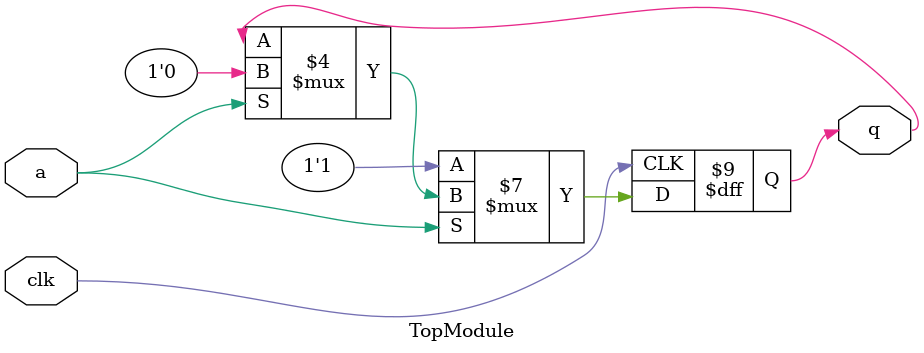
<source format=v>
module TopModule (
  input clk,
  input a,
  output reg q
);

  always @(posedge clk) begin
    if (a == 0) begin
      q <= 1;
    end else if (a == 1) begin
      q <= 0;
    end
  end

endmodule
</source>
